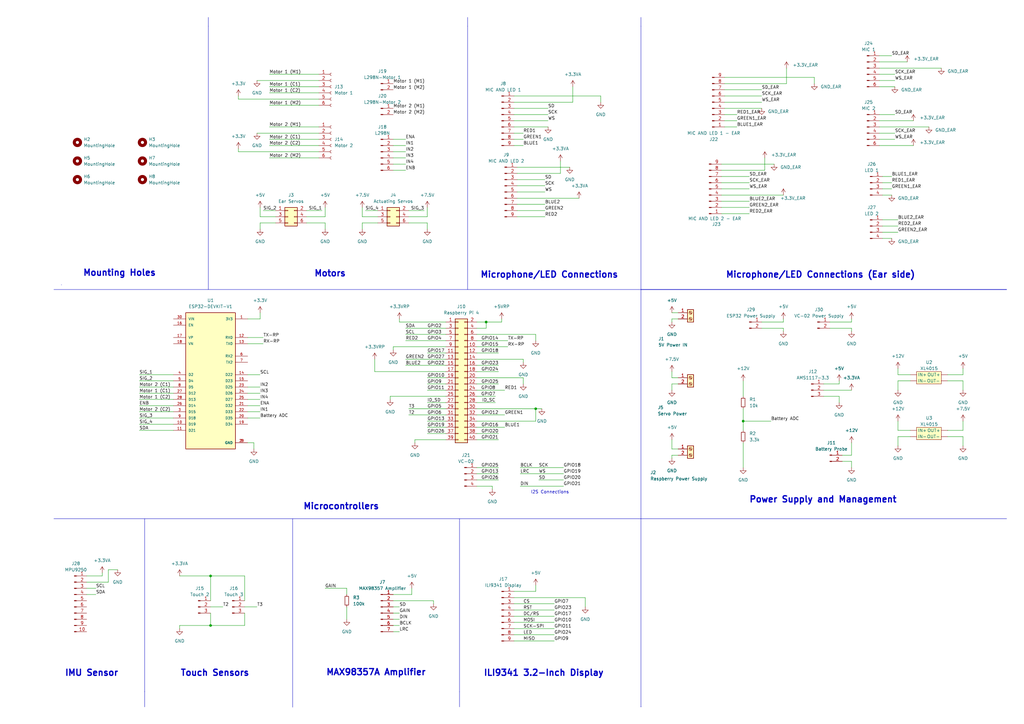
<source format=kicad_sch>
(kicad_sch (version 20231120) (generator "eeschema") (generator_version "8.0")
  (paper "A3")
  (title_block (title "Ivy Pet Robot") (date "03/07/2025") (company "HCMC University of Technology – Faculty of Electrical and Electronics Engineering") (comment 1 "Drawn: Lương Hồ Khánh Duy 2113013 - Trần Kim Khánh 2113717"))
  (junction (at 219.71 167.64))
  (junction (at 199.39 132.08))
  (junction (at 304.8 172.72))
  (junction (at 86.36 256.54))
  (junction (at 86.36 236.22))
  (wire (pts (xy 313.69 69.85) (xy 313.69 64.77)))
  (wire (pts (xy 57.15 166.37) (xy 71.12 166.37)))
  (wire (pts (xy 110.49 30.48) (xy 130.81 30.48)))
  (wire (pts (xy 133.35 88.9) (xy 125.73 88.9)))
  (wire (pts (xy 175.26 165.1) (xy 182.88 165.1)))
  (wire (pts (xy 212.09 73.66) (xy 223.52 73.66)))
  (wire (pts (xy 195.58 147.32) (xy 214.63 147.32)))
  (wire (pts (xy 297.18 52.07) (xy 302.26 52.07)))
  (wire (pts (xy 388.62 179.07) (xy 394.97 179.07)))
  (wire (pts (xy 195.58 142.24) (xy 208.28 142.24)))
  (wire (pts (xy 361.95 80.01) (xy 365.76 80.01)))
  (wire (pts (xy 101.6 158.75) (xy 106.68 158.75)))
  (wire (pts (xy 195.58 191.77) (xy 204.47 191.77)))
  (polyline (pts (xy 59.309 283.718) (xy 59.309 289.941)))
  (wire (pts (xy 110.49 52.07) (xy 130.81 52.07)))
  (wire (pts (xy 97.79 40.64) (xy 97.79 39.37)))
  (wire (pts (xy 368.3 156.21) (xy 368.3 160.02)))
  (wire (pts (xy 163.83 132.08) (xy 163.83 130.81)))
  (wire (pts (xy 229.87 71.12) (xy 229.87 66.04)))
  (wire (pts (xy 44.45 233.68) (xy 48.26 233.68)))
  (wire (pts (xy 101.6 140.97) (xy 107.95 140.97)))
  (wire (pts (xy 35.56 241.3) (xy 39.37 241.3)))
  (wire (pts (xy 361.95 95.25) (xy 368.3 95.25)))
  (wire (pts (xy 210.82 250.19) (xy 227.33 250.19)))
  (wire (pts (xy 210.82 41.91) (xy 234.95 41.91)))
  (wire (pts (xy 106.68 130.81) (xy 101.6 130.81)))
  (wire (pts (xy 73.66 236.22) (xy 86.36 236.22)))
  (wire (pts (xy 57.15 171.45) (xy 71.12 171.45)))
  (wire (pts (xy 166.37 134.62) (xy 182.88 134.62)))
  (wire (pts (xy 304.8 167.64) (xy 304.8 172.72)))
  (wire (pts (xy 360.68 27.94) (xy 386.08 27.94)))
  (wire (pts (xy 166.37 147.32) (xy 182.88 147.32)))
  (wire (pts (xy 360.68 52.07) (xy 381 52.07)))
  (wire (pts (xy 101.6 168.91) (xy 106.68 168.91)))
  (wire (pts (xy 175.26 175.26) (xy 182.88 175.26)))
  (wire (pts (xy 214.63 147.32) (xy 214.63 148.59)))
  (wire (pts (xy 86.36 251.46) (xy 86.36 256.54)))
  (wire (pts (xy 201.93 199.39) (xy 201.93 200.66)))
  (wire (pts (xy 57.15 163.83) (xy 71.12 163.83)))
  (wire (pts (xy 166.37 137.16) (xy 182.88 137.16)))
  (wire (pts (xy 349.25 189.23) (xy 349.25 191.77)))
  (wire (pts (xy 175.26 154.94) (xy 182.88 154.94)))
  (polyline (pts (xy 262.89 118.745) (xy 412.877 118.745)))
  (wire (pts (xy 295.91 87.63) (xy 307.34 87.63)))
  (wire (pts (xy 295.91 72.39) (xy 307.34 72.39)))
  (wire (pts (xy 212.09 68.58) (xy 233.68 68.58)))
  (polyline (pts (xy 25.146 116.84) (xy 25.273 116.84)))
  (wire (pts (xy 297.18 44.45) (xy 312.42 44.45)))
  (wire (pts (xy 212.09 76.2) (xy 223.52 76.2)))
  (wire (pts (xy 106.68 88.9) (xy 113.03 88.9)))
  (wire (pts (xy 212.09 83.82) (xy 223.52 83.82)))
  (wire (pts (xy 321.31 134.62) (xy 321.31 135.89)))
  (wire (pts (xy 195.58 194.31) (xy 204.47 194.31)))
  (wire (pts (xy 334.01 31.75) (xy 334.01 34.29)))
  (wire (pts (xy 345.44 186.69) (xy 349.25 186.69)))
  (wire (pts (xy 304.8 172.72) (xy 316.23 172.72)))
  (wire (pts (xy 275.59 180.34) (xy 275.59 184.15)))
  (wire (pts (xy 161.29 142.24) (xy 161.29 143.51)))
  (wire (pts (xy 195.58 170.18) (xy 207.01 170.18)))
  (polyline (pts (xy 262.89 7.112) (xy 262.89 10.795)))
  (wire (pts (xy 297.18 31.75) (xy 334.01 31.75)))
  (wire (pts (xy 210.82 52.07) (xy 224.79 52.07)))
  (wire (pts (xy 394.97 179.07) (xy 394.97 182.88)))
  (wire (pts (xy 360.68 49.53) (xy 374.65 49.53)))
  (wire (pts (xy 195.58 162.56) (xy 203.2 162.56)))
  (wire (pts (xy 175.26 85.09) (xy 175.26 88.9)))
  (wire (pts (xy 394.97 156.21) (xy 394.97 160.02)))
  (wire (pts (xy 133.35 91.44) (xy 125.73 91.44)))
  (wire (pts (xy 100.33 246.38) (xy 100.33 236.22)))
  (wire (pts (xy 240.03 248.92) (xy 240.03 245.11)))
  (polyline (pts (xy 59.309 212.725) (xy 59.309 283.591)))
  (wire (pts (xy 195.58 165.1) (xy 203.2 165.1)))
  (wire (pts (xy 101.6 161.29) (xy 106.68 161.29)))
  (wire (pts (xy 57.15 173.99) (xy 71.12 173.99)))
  (wire (pts (xy 195.58 144.78) (xy 204.47 144.78)))
  (wire (pts (xy 170.18 180.34) (xy 170.18 181.61)))
  (wire (pts (xy 213.36 194.31) (xy 231.14 194.31)))
  (wire (pts (xy 130.81 62.23) (xy 97.79 62.23)))
  (polyline (pts (xy 85.471 7.112) (xy 85.471 10.795)))
  (wire (pts (xy 212.09 86.36) (xy 223.52 86.36)))
  (wire (pts (xy 210.82 54.61) (xy 214.63 54.61)))
  (wire (pts (xy 153.67 147.32) (xy 153.67 152.4)))
  (wire (pts (xy 210.82 257.81) (xy 227.33 257.81)))
  (wire (pts (xy 107.95 86.36) (xy 113.03 86.36)))
  (polyline (pts (xy 262.89 10.795) (xy 262.89 118.745)))
  (wire (pts (xy 349.25 132.08) (xy 349.25 130.81)))
  (wire (pts (xy 160.02 162.56) (xy 182.88 162.56)))
  (wire (pts (xy 57.15 176.53) (xy 71.12 176.53)))
  (wire (pts (xy 161.29 69.85) (xy 166.37 69.85)))
  (wire (pts (xy 297.18 34.29) (xy 322.58 34.29)))
  (wire (pts (xy 368.3 151.13) (xy 368.3 153.67)))
  (wire (pts (xy 360.68 33.02) (xy 367.03 33.02)))
  (wire (pts (xy 100.33 251.46) (xy 100.33 256.54)))
  (wire (pts (xy 160.02 162.56) (xy 160.02 163.83)))
  (polyline (pts (xy 262.89 212.725) (xy 262.89 289.941)))
  (wire (pts (xy 195.58 134.62) (xy 199.39 134.62)))
  (wire (pts (xy 168.91 243.84) (xy 168.91 241.3)))
  (wire (pts (xy 295.91 69.85) (xy 313.69 69.85)))
  (wire (pts (xy 361.95 97.79) (xy 365.76 97.79)))
  (wire (pts (xy 212.09 71.12) (xy 229.87 71.12)))
  (wire (pts (xy 210.82 260.35) (xy 227.33 260.35)))
  (wire (pts (xy 161.29 67.31) (xy 166.37 67.31)))
  (wire (pts (xy 360.68 22.86) (xy 365.76 22.86)))
  (wire (pts (xy 166.37 149.86) (xy 182.88 149.86)))
  (wire (pts (xy 110.49 43.18) (xy 130.81 43.18)))
  (wire (pts (xy 73.66 256.54) (xy 86.36 256.54)))
  (wire (pts (xy 167.64 167.64) (xy 182.88 167.64)))
  (wire (pts (xy 73.66 256.54) (xy 73.66 257.81)))
  (wire (pts (xy 148.59 88.9) (xy 154.94 88.9)))
  (wire (pts (xy 175.26 91.44) (xy 175.26 93.98)))
  (wire (pts (xy 177.8 246.38) (xy 177.8 247.65)))
  (wire (pts (xy 360.68 54.61) (xy 367.03 54.61)))
  (wire (pts (xy 210.82 46.99) (xy 224.79 46.99)))
  (wire (pts (xy 195.58 137.16) (xy 219.71 137.16)))
  (wire (pts (xy 161.29 246.38) (xy 177.8 246.38)))
  (wire (pts (xy 360.68 57.15) (xy 367.03 57.15)))
  (polyline (pts (xy 188.468 212.725) (xy 188.468 283.718)))
  (wire (pts (xy 101.6 166.37) (xy 106.68 166.37)))
  (wire (pts (xy 219.71 242.57) (xy 219.71 240.03)))
  (wire (pts (xy 161.29 251.46) (xy 163.83 251.46)))
  (wire (pts (xy 213.36 191.77) (xy 231.14 191.77)))
  (wire (pts (xy 142.24 248.92) (xy 142.24 254)))
  (wire (pts (xy 154.94 91.44) (xy 148.59 91.44)))
  (wire (pts (xy 219.71 172.72) (xy 219.71 167.64)))
  (polyline (pts (xy 22.098 212.725) (xy 412.877 212.725)))
  (wire (pts (xy 161.29 64.77) (xy 166.37 64.77)))
  (wire (pts (xy 360.68 30.48) (xy 367.03 30.48)))
  (wire (pts (xy 210.82 262.89) (xy 227.33 262.89)))
  (wire (pts (xy 278.13 157.48) (xy 275.59 157.48)))
  (wire (pts (xy 161.29 256.54) (xy 163.83 256.54)))
  (wire (pts (xy 175.26 88.9) (xy 167.64 88.9)))
  (polyline (pts (xy 59.309 283.591) (xy 59.309 283.718)))
  (wire (pts (xy 304.8 156.21) (xy 304.8 162.56)))
  (wire (pts (xy 337.82 162.56) (xy 344.17 162.56)))
  (wire (pts (xy 295.91 82.55) (xy 307.34 82.55)))
  (wire (pts (xy 295.91 74.93) (xy 307.34 74.93)))
  (wire (pts (xy 361.95 72.39) (xy 365.76 72.39)))
  (wire (pts (xy 219.71 137.16) (xy 219.71 139.7)))
  (wire (pts (xy 110.49 35.56) (xy 130.81 35.56)))
  (wire (pts (xy 142.24 241.3) (xy 142.24 243.84)))
  (wire (pts (xy 86.36 248.92) (xy 91.44 248.92)))
  (wire (pts (xy 214.63 154.94) (xy 214.63 157.48)))
  (wire (pts (xy 195.58 175.26) (xy 207.01 175.26)))
  (wire (pts (xy 195.58 154.94) (xy 214.63 154.94)))
  (wire (pts (xy 210.82 252.73) (xy 227.33 252.73)))
  (wire (pts (xy 161.29 62.23) (xy 166.37 62.23)))
  (wire (pts (xy 195.58 149.86) (xy 204.47 149.86)))
  (wire (pts (xy 195.58 132.08) (xy 199.39 132.08)))
  (wire (pts (xy 210.82 39.37) (xy 246.38 39.37)))
  (wire (pts (xy 110.49 57.15) (xy 130.81 57.15)))
  (wire (pts (xy 195.58 157.48) (xy 204.47 157.48)))
  (wire (pts (xy 35.56 238.76) (xy 44.45 238.76)))
  (wire (pts (xy 161.29 243.84) (xy 168.91 243.84)))
  (wire (pts (xy 44.45 238.76) (xy 44.45 233.68)))
  (wire (pts (xy 295.91 77.47) (xy 307.34 77.47)))
  (polyline (pts (xy 120.015 212.725) (xy 120.015 290.068)))
  (wire (pts (xy 388.62 156.21) (xy 394.97 156.21)))
  (wire (pts (xy 321.31 132.08) (xy 321.31 130.81)))
  (wire (pts (xy 101.6 181.61) (xy 104.14 181.61)))
  (polyline (pts (xy 22.098 118.745) (xy 412.877 118.745)))
  (wire (pts (xy 110.49 38.1) (xy 130.81 38.1)))
  (wire (pts (xy 240.03 245.11) (xy 210.82 245.11)))
  (wire (pts (xy 361.95 90.17) (xy 368.3 90.17)))
  (wire (pts (xy 295.91 85.09) (xy 307.34 85.09)))
  (wire (pts (xy 278.13 130.81) (xy 275.59 130.81)))
  (wire (pts (xy 195.58 172.72) (xy 219.71 172.72)))
  (wire (pts (xy 105.41 54.61) (xy 130.81 54.61)))
  (wire (pts (xy 35.56 236.22) (xy 41.91 236.22)))
  (wire (pts (xy 361.95 74.93) (xy 365.76 74.93)))
  (polyline (pts (xy 262.89 289.814) (xy 262.89 289.941)))
  (wire (pts (xy 210.82 255.27) (xy 227.33 255.27)))
  (wire (pts (xy 167.64 91.44) (xy 175.26 91.44)))
  (wire (pts (xy 212.09 78.74) (xy 223.52 78.74)))
  (wire (pts (xy 195.58 152.4) (xy 204.47 152.4)))
  (wire (pts (xy 212.09 88.9) (xy 223.52 88.9)))
  (wire (pts (xy 97.79 62.23) (xy 97.79 60.96)))
  (wire (pts (xy 205.74 132.08) (xy 205.74 130.81)))
  (wire (pts (xy 368.3 172.72) (xy 368.3 176.53)))
  (wire (pts (xy 133.35 241.3) (xy 142.24 241.3)))
  (wire (pts (xy 125.73 86.36) (xy 132.08 86.36)))
  (wire (pts (xy 210.82 242.57) (xy 219.71 242.57)))
  (wire (pts (xy 148.59 91.44) (xy 148.59 93.98)))
  (wire (pts (xy 149.86 86.36) (xy 154.94 86.36)))
  (wire (pts (xy 344.17 157.48) (xy 344.17 156.21)))
  (wire (pts (xy 199.39 134.62) (xy 199.39 132.08)))
  (wire (pts (xy 41.91 236.22) (xy 41.91 234.95)))
  (wire (pts (xy 210.82 247.65) (xy 227.33 247.65)))
  (wire (pts (xy 167.64 86.36) (xy 173.99 86.36)))
  (wire (pts (xy 368.3 176.53) (xy 373.38 176.53)))
  (wire (pts (xy 110.49 59.69) (xy 130.81 59.69)))
  (wire (pts (xy 161.29 259.08) (xy 163.83 259.08)))
  (wire (pts (xy 337.82 160.02) (xy 349.25 160.02)))
  (wire (pts (xy 210.82 49.53) (xy 224.79 49.53)))
  (wire (pts (xy 297.18 46.99) (xy 302.26 46.99)))
  (wire (pts (xy 57.15 168.91) (xy 71.12 168.91)))
  (wire (pts (xy 368.3 179.07) (xy 373.38 179.07)))
  (wire (pts (xy 105.41 33.02) (xy 130.81 33.02)))
  (wire (pts (xy 100.33 248.92) (xy 105.41 248.92)))
  (wire (pts (xy 161.29 248.92) (xy 163.83 248.92)))
  (wire (pts (xy 394.97 151.13) (xy 394.97 153.67)))
  (wire (pts (xy 219.71 167.64) (xy 222.25 167.64)))
  (wire (pts (xy 100.33 236.22) (xy 86.36 236.22)))
  (wire (pts (xy 275.59 186.69) (xy 275.59 187.96)))
  (wire (pts (xy 100.33 256.54) (xy 86.36 256.54)))
  (polyline (pts (xy 191.77 10.795) (xy 191.77 118.745)))
  (wire (pts (xy 104.14 181.61) (xy 104.14 184.15)))
  (wire (pts (xy 57.15 161.29) (xy 71.12 161.29)))
  (wire (pts (xy 349.25 186.69) (xy 349.25 181.61)))
  (wire (pts (xy 388.62 153.67) (xy 394.97 153.67)))
  (wire (pts (xy 195.58 196.85) (xy 204.47 196.85)))
  (wire (pts (xy 101.6 163.83) (xy 106.68 163.83)))
  (wire (pts (xy 297.18 49.53) (xy 302.26 49.53)))
  (wire (pts (xy 133.35 85.09) (xy 133.35 88.9)))
  (wire (pts (xy 349.25 134.62) (xy 349.25 135.89)))
  (wire (pts (xy 322.58 27.94) (xy 322.58 34.29)))
  (wire (pts (xy 304.8 172.72) (xy 304.8 176.53)))
  (wire (pts (xy 394.97 172.72) (xy 394.97 176.53)))
  (polyline (pts (xy 191.77 7.112) (xy 191.77 10.795)))
  (wire (pts (xy 106.68 85.09) (xy 106.68 88.9)))
  (wire (pts (xy 345.44 189.23) (xy 349.25 189.23)))
  (wire (pts (xy 275.59 130.81) (xy 275.59 132.08)))
  (wire (pts (xy 161.29 57.15) (xy 166.37 57.15)))
  (wire (pts (xy 57.15 158.75) (xy 71.12 158.75)))
  (wire (pts (xy 175.26 157.48) (xy 182.88 157.48)))
  (wire (pts (xy 220.98 196.85) (xy 231.14 196.85)))
  (wire (pts (xy 113.03 91.44) (xy 106.68 91.44)))
  (polyline (pts (xy 85.471 10.795) (xy 85.471 118.745)))
  (wire (pts (xy 210.82 57.15) (xy 214.63 57.15)))
  (wire (pts (xy 312.42 132.08) (xy 321.31 132.08)))
  (wire (pts (xy 175.26 177.8) (xy 182.88 177.8)))
  (wire (pts (xy 195.58 177.8) (xy 204.47 177.8)))
  (wire (pts (xy 278.13 186.69) (xy 275.59 186.69)))
  (wire (pts (xy 278.13 184.15) (xy 275.59 184.15)))
  (wire (pts (xy 278.13 154.94) (xy 275.59 154.94)))
  (wire (pts (xy 170.18 180.34) (xy 182.88 180.34)))
  (wire (pts (xy 297.18 41.91) (xy 312.42 41.91)))
  (wire (pts (xy 210.82 44.45) (xy 224.79 44.45)))
  (wire (pts (xy 153.67 152.4) (xy 182.88 152.4)))
  (wire (pts (xy 304.8 181.61) (xy 304.8 191.77)))
  (wire (pts (xy 101.6 153.67) (xy 106.68 153.67)))
  (wire (pts (xy 297.18 36.83) (xy 312.42 36.83)))
  (polyline (pts (xy 262.89 118.745) (xy 262.89 212.725)))
  (wire (pts (xy 195.58 167.64) (xy 219.71 167.64)))
  (wire (pts (xy 195.58 139.7) (xy 208.28 139.7)))
  (wire (pts (xy 57.15 156.21) (xy 71.12 156.21)))
  (wire (pts (xy 360.68 59.69) (xy 374.65 59.69)))
  (wire (pts (xy 275.59 157.48) (xy 275.59 160.02)))
  (wire (pts (xy 161.29 142.24) (xy 182.88 142.24)))
  (wire (pts (xy 163.83 132.08) (xy 182.88 132.08)))
  (wire (pts (xy 360.68 46.99) (xy 367.03 46.99)))
  (wire (pts (xy 199.39 132.08) (xy 205.74 132.08)))
  (wire (pts (xy 295.91 80.01) (xy 321.31 80.01)))
  (wire (pts (xy 110.49 64.77) (xy 130.81 64.77)))
  (wire (pts (xy 234.95 35.56) (xy 234.95 41.91)))
  (wire (pts (xy 148.59 85.09) (xy 148.59 88.9)))
  (wire (pts (xy 275.59 128.27) (xy 278.13 128.27)))
  (wire (pts (xy 35.56 243.84) (xy 39.37 243.84)))
  (wire (pts (xy 101.6 138.43) (xy 107.95 138.43)))
  (wire (pts (xy 166.37 139.7) (xy 182.88 139.7)))
  (wire (pts (xy 106.68 91.44) (xy 106.68 93.98)))
  (wire (pts (xy 175.26 160.02) (xy 182.88 160.02)))
  (wire (pts (xy 175.26 144.78) (xy 182.88 144.78)))
  (wire (pts (xy 101.6 171.45) (xy 106.68 171.45)))
  (wire (pts (xy 388.62 176.53) (xy 394.97 176.53)))
  (wire (pts (xy 344.17 162.56) (xy 344.17 165.1)))
  (wire (pts (xy 246.38 39.37) (xy 246.38 41.91)))
  (wire (pts (xy 368.3 153.67) (xy 373.38 153.67)))
  (wire (pts (xy 360.68 25.4) (xy 372.11 25.4)))
  (wire (pts (xy 297.18 39.37) (xy 312.42 39.37)))
  (wire (pts (xy 161.29 254) (xy 163.83 254)))
  (wire (pts (xy 368.3 179.07) (xy 368.3 182.88)))
  (wire (pts (xy 275.59 154.94) (xy 275.59 152.4)))
  (wire (pts (xy 133.35 93.98) (xy 133.35 91.44)))
  (wire (pts (xy 340.36 134.62) (xy 349.25 134.62)))
  (wire (pts (xy 337.82 157.48) (xy 344.17 157.48)))
  (wire (pts (xy 212.09 81.28) (xy 237.49 81.28)))
  (wire (pts (xy 210.82 59.69) (xy 214.63 59.69)))
  (wire (pts (xy 340.36 132.08) (xy 349.25 132.08)))
  (wire (pts (xy 161.29 59.69) (xy 166.37 59.69)))
  (wire (pts (xy 312.42 134.62) (xy 321.31 134.62)))
  (wire (pts (xy 57.15 153.67) (xy 71.12 153.67)))
  (wire (pts (xy 368.3 156.21) (xy 373.38 156.21)))
  (wire (pts (xy 195.58 199.39) (xy 201.93 199.39)))
  (wire (pts (xy 295.91 67.31) (xy 317.5 67.31)))
  (wire (pts (xy 195.58 160.02) (xy 207.01 160.02)))
  (wire (pts (xy 167.64 170.18) (xy 182.88 170.18)))
  (polyline (pts (xy 188.468 283.718) (xy 188.468 289.941)))
  (wire (pts (xy 106.68 128.27) (xy 106.68 130.81)))
  (wire (pts (xy 175.26 172.72) (xy 182.88 172.72)))
  (wire (pts (xy 86.36 246.38) (xy 86.36 236.22)))
  (wire (pts (xy 195.58 180.34) (xy 204.47 180.34)))
  (wire (pts (xy 361.95 77.47) (xy 365.76 77.47)))
  (wire (pts (xy 130.81 40.64) (xy 97.79 40.64)))
  (wire (pts (xy 213.36 199.39) (xy 231.14 199.39)))
  (wire (pts (xy 361.95 92.71) (xy 368.3 92.71)))
  (wire (pts (xy 360.68 35.56) (xy 367.03 35.56)))
  (text "Motors" (at 135.382 112.268 0) (effects (font (size 2.54 2.54) (bold yes))))
  (text "ILI9341 3.2-Inch Display" (at 223.012 276.098 0) (effects (font (size 2.54 2.54) (bold yes))))
  (text "Power Supply and Management" (at 337.566 204.978 0) (effects (font (size 2.54 2.54) (thickness 0.508) (bold yes))))
  (text "MAX98357A Amplifier " (at 155.194 275.844 0) (effects (font (size 2.54 2.54) (bold yes))))
  (text "Touch Sensors" (at 88.138 276.098 0) (effects (font (size 2.54 2.54) (bold yes))))
  (text "I2S Connections" (at 225.552 201.93 0) (effects (font (size 1.27 1.27))))
  (text "Mounting Holes" (at 49.022 112.014 0) (effects (font (size 2.54 2.54) (bold yes))))
  (text "IMU Sensor" (at 37.592 276.098 0) (effects (font (size 2.54 2.54) (bold yes))))
  (text "Microcontrollers" (at 139.954 207.772 0) (effects (font (size 2.54 2.54) (bold yes))))
  (text "Microphone/LED Connections (Ear side)" (at 336.55 112.776 0) (effects (font (size 2.54 2.54) (bold yes))))
  (text "Microphone/LED Connections" (at 225.298 112.776 0) (effects (font (size 2.54 2.54) (bold yes))))
  (label "GPIO9" (at 175.26 157.48 0))
  (label "WS_EAR" (at 367.03 57.15 0))
  (label "IN1" (at 106.68 168.91 0))
  (label "GPIO7" (at 227.33 247.65 0))
  (label "SIG_4" (at 57.15 173.99 0))
  (label "BLUE2_EAR" (at 368.3 90.17 0))
  (label "RED1" (at 207.01 160.02 0))
  (label "SCK_EAR" (at 367.03 30.48 0))
  (label "GREEN1_EAR" (at 365.76 77.47 0))
  (label "RED1" (at 214.63 54.61 0))
  (label "Motor 2 (C2)" (at 110.49 59.69 0))
  (label "RED1_EAR" (at 302.26 46.99 0))
  (label "GPIO13" (at 204.47 194.31 180))
  (label "GPIO3" (at 175.26 137.16 0))
  (label "GPIO8" (at 203.2 160.02 180))
  (label "GPIO17" (at 175.26 144.78 0))
  (label "GPIO26" (at 175.26 177.8 0))
  (label "IN2" (at 166.37 62.23 0))
  (label "Motor 1 (M1)" (at 110.49 30.48 0))
  (label "Motor 2 (M2)" (at 161.29 46.99 0))
  (label "GPIO16" (at 204.47 175.26 180))
  (label "Battery ADC" (at 106.68 171.45 0))
  (label "GAIN" (at 133.35 241.3 0))
  (label "GPIO21" (at 231.14 199.39 0))
  (label "SDA" (at 166.37 134.62 0))
  (label "SD_EAR" (at 307.34 72.39 0))
  (label "IN2" (at 106.68 158.75 0))
  (label "TX-RP" (at 107.95 138.43 0))
  (label "BLUE1_EAR" (at 302.26 52.07 0))
  (label "GPIO27" (at 175.26 147.32 0))
  (label "GPIO6" (at 175.26 170.18 0))
  (label "SD" (at 220.98 196.85 0))
  (label "BCLK" (at 213.36 191.77 0))
  (label "DC{slash}RS" (at 214.63 252.73 0))
  (label "GPIO19" (at 175.26 175.26 0))
  (label "Battery ADC" (at 316.23 172.72 0))
  (label "WS_EAR" (at 312.42 41.91 0))
  (label "SIG_3" (at 57.15 171.45 0))
  (label "TX-RP" (at 208.28 139.7 0))
  (label "GREEN1" (at 207.01 170.18 0))
  (label "RED2_EAR" (at 368.3 92.71 0))
  (label "ENA" (at 106.68 166.37 0))
  (label "RED2_EAR" (at 307.34 87.63 0))
  (label "GPIO19" (at 231.14 194.31 0))
  (label "BLUE2" (at 223.52 83.82 0))
  (label "Motor 2 (C1)" (at 110.49 57.15 0))
  (label "GPIO11" (at 227.33 257.81 0))
  (label "SDA" (at 57.15 176.53 0))
  (label "SCK" (at 220.98 191.77 0))
  (label "SD" (at 223.52 73.66 0))
  (label "Motor 1 (C1)" (at 57.15 161.29 0))
  (label "Motor 1 (M2)" (at 110.49 43.18 0))
  (label "Motor 2 (C2)" (at 57.15 168.91 0))
  (label "RX-RP" (at 208.28 142.24 0))
  (label "Motor 1 (C2)" (at 57.15 163.83 0))
  (label "SCK" (at 223.52 76.2 0))
  (label "GPIO10" (at 227.33 255.27 0))
  (label "SIG_2" (at 57.15 156.21 0))
  (label "Motor 1 (C2)" (at 110.49 38.1 0))
  (label "SCL" (at 39.37 241.3 0))
  (label "SCK" (at 224.79 46.99 0))
  (label "SIG_1" (at 57.15 153.67 0))
  (label "MOSI" (at 214.63 255.27 0))
  (label "ID_SC" (at 203.2 165.1 180))
  (label "WS" (at 223.52 78.74 0))
  (label "GREEN2_EAR" (at 368.3 95.25 0))
  (label "GPIO22" (at 175.26 149.86 0))
  (label "RED1_EAR" (at 365.76 74.93 0))
  (label "LRC" (at 213.36 194.31 0))
  (label "GPIO7" (at 203.2 162.56 180))
  (label "SD_EAR" (at 365.76 22.86 0))
  (label "RED2" (at 223.52 88.9 0))
  (label "GPIO15" (at 204.47 142.24 180))
  (label "ENA" (at 166.37 57.15 0))
  (label "RX-RP" (at 107.95 140.97 0))
  (label "ENB" (at 57.15 166.37 0))
  (label "GREEN2_EAR" (at 307.34 85.09 0))
  (label "GPIO25" (at 204.47 157.48 180))
  (label "BLUE1" (at 207.01 175.26 0))
  (label "BLUE2" (at 166.37 149.86 0))
  (label "WS" (at 220.98 194.31 0))
  (label "GREEN2" (at 223.52 86.36 0))
  (label "BCLK" (at 163.83 256.54 0))
  (label "GREEN2" (at 166.37 147.32 0))
  (label "SCL" (at 166.37 137.16 0))
  (label "DIN" (at 213.36 199.39 0))
  (label "Motor 1 (C1)" (at 110.49 35.56 0))
  (label "GPIO26" (at 204.47 196.85 180))
  (label "T3" (at 167.64 167.64 0))
  (label "SCK-SPI" (at 214.63 257.81 0))
  (label "T2" (at 91.44 248.92 0))
  (label "GPIO4" (at 175.26 139.7 0))
  (label "T3" (at 105.41 248.92 0))
  (label "SCK_EAR" (at 307.34 74.93 0))
  (label "WS_EAR" (at 367.03 33.02 0))
  (label "GPIO9" (at 227.33 262.89 0))
  (label "WS_EAR" (at 307.34 77.47 0))
  (label "SD_EAR" (at 312.42 36.83 0))
  (label "SIG_1" (at 132.08 86.36 180))
  (label "SIG_2" (at 107.95 86.36 0))
  (label "BLUE1_EAR" (at 365.76 72.39 0))
  (label "BLUE2_EAR" (at 307.34 82.55 0))
  (label "GREEN1" (at 214.63 57.15 0))
  (label "RED2" (at 166.37 139.7 0))
  (label "ID_SD" (at 175.26 165.1 0))
  (label "LRC" (at 163.83 259.08 0))
  (label "SD_EAR" (at 367.03 46.99 0))
  (label "IN3" (at 106.68 161.29 0))
  (label "IN1" (at 166.37 59.69 0))
  (label "ENB" (at 166.37 69.85 0))
  (label "MISO" (at 214.63 262.89 0))
  (label "Motor 2 (M1)" (at 110.49 52.07 0))
  (label "SCL" (at 106.68 153.67 0))
  (label "DIN" (at 163.83 254 0))
  (label "GPIO25" (at 204.47 191.77 180))
  (label "GPIO20" (at 231.14 196.85 0))
  (label "GPIO13" (at 175.26 172.72 0))
  (label "GPIO20" (at 204.47 177.8 180))
  (label "RST" (at 214.63 250.19 0))
  (label "GPIO12" (at 204.47 170.18 180))
  (label "GPIO18" (at 204.47 144.78 180))
  (label "Motor 2 (M1)" (at 161.29 44.45 0))
  (label "GPIO18" (at 231.14 191.77 0))
  (label "SDA" (at 39.37 243.84 0))
  (label "GPIO24" (at 227.33 260.35 0))
  (label "Motor 2 (M2)" (at 110.49 64.77 0))
  (label "GPIO21" (at 204.47 180.34 180))
  (label "GPIO11" (at 175.26 160.02 0))
  (label "LED" (at 214.63 260.35 0))
  (label "Motor 2 (C1)" (at 57.15 158.75 0))
  (label "WS" (at 224.79 49.53 0))
  (label "GPIO23" (at 227.33 250.19 0))
  (label "Motor 1 (M1)" (at 161.29 34.29 0))
  (label "SD" (at 163.83 248.92 0))
  (label "Motor 1 (M2)" (at 161.29 36.83 0))
  (label "IN4" (at 166.37 67.31 0))
  (label "IN3" (at 166.37 64.77 0))
  (label "GPIO2" (at 175.26 134.62 0))
  (label "GAIN" (at 163.83 251.46 0))
  (label "GPIO5" (at 175.26 167.64 0))
  (label "SIG_4" (at 149.86 86.36 0))
  (label "GPIO14" (at 204.47 139.7 180))
  (label "SCK_EAR" (at 312.42 39.37 0))
  (label "GPIO24" (at 204.47 152.4 180))
  (label "GPIO23" (at 204.47 149.86 180))
  (label "T2" (at 167.64 170.18 0))
  (label "CS" (at 214.63 247.65 0))
  (label "SD" (at 224.79 44.45 0))
  (label "IN4" (at 106.68 163.83 0))
  (label "BLUE1" (at 214.63 59.69 0))
  (label "SIG_3" (at 173.99 86.36 180))
  (label "SCK_EAR" (at 367.03 54.61 0))
  (label "GREEN1_EAR" (at 302.26 49.53 0))
  (label "GPIO10" (at 175.26 154.94 0))
  (label "GPIO17" (at 227.33 252.73 0))
  (symbol (lib_id "power:+3.3VA") (at 321.31 80.01 0) (unit 1)
    (property "Reference" "#PWR059" (effects (hide yes)))
    (property "Value" "+3.3V_EAR" (at 320.04 81.28 0) (effects (justify left)))
  )
  (symbol (lib_id "power:GND") (at 240.03 248.92 0) (unit 1)
    (property "Reference" "#PWR044" (effects (hide yes)))
    (property "Value" "GND" (at 240.03 254 0))
  )
  (symbol (lib_id "Mechanical:MountingHole") (at 58.42 66.04 0) (unit 1)
    (property "Reference" "H7" (at 60.96 64.77 0) (effects (justify left)))
    (property "Value" "MountingHole" (at 60.96 67.31 0) (effects (justify left)))
    (property "Footprint" "MountingHole:MountingHole_3.2mm_M3" (effects (hide yes)))
  )
  (symbol (lib_id "power:GND") (at 222.25 167.64 0) (unit 1)
    (property "Reference" "#PWR034" (effects (hide yes)))
    (property "Value" "GND" (at 222.25 172.72 0))
  )
  (symbol (lib_id "power:+3.3VA") (at 374.65 49.53 0) (unit 1)
    (property "Reference" "#PWR063" (effects (hide yes)))
    (property "Value" "+3.3V_EAR" (at 377.19 48.2599 0) (effects (justify left)))
  )
  (symbol (lib_id "power:+5V") (at 106.68 85.09 0) (unit 1)
    (property "Reference" "#PWR010" (effects (hide yes)))
    (property "Value" "+5V" (at 106.68 80.01 0))
  )
  (symbol (lib_id "Connector:Conn_01x09_Pin") (at 205.74 49.53 0) (unit 1)
    (property "Reference" "J8" (at 206.375 34.29 0))
    (property "Value" "MIC AND LED 1" (at 206.375 36.83 0))
    (property "Footprint" "Connector_JST:JST_PH_B9B-PH-K_1x09_P2.00mm_Vertical" (effects (hide yes)))
    (property "Description" "Generic connector, single row, 01x09, script generated" (effects (hide yes)))
  )
  (symbol (lib_id "power:GND") (at 133.35 93.98 0) (unit 1)
    (property "Reference" "#PWR013" (effects (hide yes)))
    (property "Value" "GND" (at 133.35 99.06 0))
  )
  (symbol (lib_id "power:GND") (at 233.68 68.58 0) (unit 1)
    (property "Reference" "#PWR026" (effects (hide yes)))
    (property "Value" "GND" (at 233.68 73.66 0))
  )
  (symbol (lib_id "Connector:Conn_01x06_Pin") (at 355.6 52.07 0) (unit 1)
    (property "Reference" "J25" (at 356.235 41.91 0))
    (property "Value" "MIC 2" (at 356.235 44.45 0))
    (property "Footprint" "Breakout_boards:INMP441" (effects (hide yes)))
    (property "Description" "Generic connector, single row, 01x06, script generated" (effects (hide yes)))
  )
  (symbol (lib_id "power:+3.3V") (at 97.79 60.96 0) (unit 1)
    (property "Reference" "#PWR047" (effects (hide yes)))
    (property "Value" "+3.3V" (at 97.79 55.88 0))
  )
  (symbol (lib_id "Connector:Conn_01x02_Pin") (at 335.28 132.08 0) (unit 1)
    (property "Reference" "J30" (at 335.915 127 0))
    (property "Value" "VC-02 Power Supply" (at 335.915 129.54 0))
    (property "Footprint" "Connector_JST:JST_PH_B2B-PH-K_1x02_P2.00mm_Vertical" (effects (hide yes)))
    (property "Description" "Generic connector, single row, 01x02, script generated" (effects (hide yes)))
  )
  (symbol (lib_id "power:GND") (at 224.79 52.07 0) (unit 1)
    (property "Reference" "#PWR05" (effects (hide yes)))
    (property "Value" "GND" (at 224.79 57.15 0))
  )
  (symbol (lib_id "power:+5V") (at 394.97 151.13 0) (unit 1)
    (property "Reference" "#PWR076" (effects (hide yes)))
    (property "Value" "+5V" (at 394.97 146.05 0))
  )
  (symbol (lib_id "Connector:Conn_01x04_Pin") (at 356.87 92.71 0) (unit 1)
    (property "Reference" "J27" (at 357.505 85.09 0))
    (property "Value" "LED 2" (at 357.505 87.63 0))
    (property "Footprint" "Connector_PinSocket_2.54mm:PinSocket_1x04_P2.54mm_Horizontal" (effects (hide yes)))
    (property "Description" "Generic connector, single row, 01x04, script generated" (effects (hide yes)))
  )
  (symbol (lib_id "power:GND") (at 394.97 182.88 0) (unit 1)
    (property "Reference" "#PWR079" (effects (hide yes)))
    (property "Value" "GND" (at 394.97 187.96 0))
  )
  (symbol (lib_id "power:+5V") (at 168.91 241.3 0) (unit 1)
    (property "Reference" "#PWR037" (effects (hide yes)))
    (property "Value" "+5V" (at 168.91 236.22 0))
  )
  (symbol (lib_id "Connector:Conn_01x06_Pin") (at 156.21 62.23 0) (unit 1)
    (property "Reference" "J18" (at 156.845 52.07 0))
    (property "Value" "L298N" (at 156.845 54.61 0))
    (property "Footprint" "Connector_PinHeader_2.54mm:PinHeader_1x06_P2.54mm_Vertical" (effects (hide yes)))
  )
  (symbol (lib_id "power:GND") (at 105.41 54.61 0) (unit 1)
    (property "Reference" "#PWR048" (effects (hide yes)))
    (property "Value" "GND" (at 105.41 59.69 0))
  )
  (symbol (lib_id "power:GND") (at 214.63 148.59 0) (unit 1)
    (property "Reference" "#PWR030" (effects (hide yes)))
    (property "Value" "GND" (at 214.63 153.67 0))
  )
  (symbol (lib_id "Connector:Conn_01x06_Socket") (at 135.89 57.15 0) (unit 1)
    (property "Reference" "J14" (at 137.16 57.15 0) (effects (justify left)))
    (property "Value" "Motor 2" (at 137.16 59.69 0) (effects (justify left)))
    (property "Footprint" "Connector_JST:JST_PH_B6B-PH-K_1x06_P2.00mm_Vertical" (effects (hide yes)))
  )
  (symbol (lib_id "power:+7.5V") (at 394.97 172.72 0) (unit 1)
    (property "Reference" "#PWR078" (effects (hide yes)))
    (property "Value" "+7.5V" (at 394.97 167.64 0))
  )
  (symbol (lib_id "Mechanical:MountingHole") (at 31.75 66.04 0) (unit 1)
    (property "Reference" "H5" (at 34.29 64.77 0) (effects (justify left)))
    (property "Value" "MountingHole" (at 34.29 67.31 0) (effects (justify left)))
    (property "Footprint" "MountingHole:MountingHole_3.2mm_M3" (effects (hide yes)))
  )
  (symbol (lib_id "power:GND") (at 321.31 135.89 0) (unit 1)
    (property "Reference" "#PWR072" (effects (hide yes)))
    (property "Value" "GND" (at 321.31 140.97 0))
  )
  (symbol (lib_id "power:GND") (at 160.02 163.83 0) (unit 1)
    (property "Reference" "#PWR031" (effects (hide yes)))
    (property "Value" "GND" (at 160.02 168.91 0))
  )
  (symbol (lib_id "power:GND") (at 104.14 184.15 0) (unit 1)
    (property "Reference" "#PWR07" (effects (hide yes)))
    (property "Value" "GND" (at 104.14 189.23 0))
  )
  (symbol (lib_id "Connector:Conn_01x03_Pin") (at 332.74 160.02 0) (unit 1)
    (property "Reference" "J12" (at 333.375 152.4 0))
    (property "Value" "AMS1117-3.3" (at 333.375 154.94 0))
    (property "Footprint" "Connector_PinSocket_2.54mm:PinSocket_1x03_P2.54mm_Horizontal" (effects (hide yes)))
    (property "Description" "Generic connector, single row, 01x03, script generated" (effects (hide yes)))
  )
  (symbol (lib_id "power:+5V") (at 133.35 85.09 0) (unit 1)
    (property "Reference" "#PWR011" (effects (hide yes)))
    (property "Value" "+5V" (at 133.35 80.01 0))
  )
  (symbol (lib_id "Connector:Conn_01x09_Pin") (at 205.74 252.73 0) (unit 1)
    (property "Reference" "J17" (at 206.375 237.49 0))
    (property "Value" "ILI9341 Display" (at 206.375 240.03 0))
    (property "Footprint" "Connector_PinHeader_2.54mm:PinHeader_1x09_P2.54mm_Vertical" (effects (hide yes)))
  )
  (symbol (lib_id "power:GND") (at 368.3 182.88 0) (unit 1)
    (property "Reference" "#PWR075" (effects (hide yes)))
    (property "Value" "GND" (at 368.3 187.96 0))
  )
  (symbol (lib_id "power:GND") (at 368.3 160.02 0) (unit 1)
    (property "Reference" "#PWR074" (effects (hide yes)))
    (property "Value" "GND" (at 368.3 165.1 0))
  )
  (symbol (lib_id "Connector:Conn_01x04_Pin") (at 190.5 194.31 0) (unit 1)
    (property "Reference" "J21" (at 191.135 186.69 0))
    (property "Value" "VC-02" (at 191.135 189.23 0))
    (property "Footprint" "Connector_PinHeader_2.54mm:PinHeader_1x04_P2.54mm_Vertical" (effects (hide yes)))
    (property "Description" "Generic connector, single row, 01x04, script generated" (effects (hide yes)))
  )
  (symbol (lib_id "power:GND") (at 161.29 143.51 0) (unit 1)
    (property "Reference" "#PWR029" (effects (hide yes)))
    (property "Value" "GND" (at 161.29 148.59 0))
  )
  (symbol (lib_id "power:GND") (at 365.76 97.79 0) (unit 1)
    (property "Reference" "#PWR067" (effects (hide yes)))
    (property "Value" "GND_EAR" (at 368.3 99.0599 0) (effects (justify left)))
  )
  (symbol (lib_id "Connector:Conn_01x09_Pin") (at 207.01 78.74 0) (unit 1)
    (property "Reference" "J9" (at 207.645 63.5 0))
    (property "Value" "MIC AND LED 2" (at 207.645 66.04 0))
    (property "Footprint" "Connector_JST:JST_PH_B9B-PH-K_1x09_P2.00mm_Vertical" (effects (hide yes)))
    (property "Description" "Generic connector, single row, 01x09, script generated" (effects (hide yes)))
  )
  (symbol (lib_id "power:+5V") (at 349.25 130.81 0) (unit 1)
    (property "Reference" "#PWR06" (effects (hide yes)))
    (property "Value" "+5V" (at 349.25 125.73 0))
  )
  (symbol (lib_id "power:GND") (at 201.93 200.66 0) (unit 1)
    (property "Reference" "#PWR051" (effects (hide yes)))
    (property "Value" "GND" (at 201.93 205.74 0))
  )
  (symbol (lib_id "ESP32-DEVKIT-V1:ESP32-DEVKIT-V1") (at 86.36 156.21 0) (unit 1)
    (property "Reference" "U1" (at 86.36 123.19 0))
    (property "Value" "ESP32-DEVKIT-V1" (at 86.36 125.73 0))
    (property "Footprint" "ESP32-DEVKIT-V1:MODULE_ESP32_DEVKIT_V1" (effects (hide yes)))
    (property "Description" "\nDual core, Wi-Fi: 2.4 GHz up to 150 Mbits/s,BLE (Bluetooth Low Energy) and legacy Bluetooth, 32 bits, Up to 240 MHz\n" (effects (hide yes)))
    (property "MF" "Do it" (effects (hide yes)))
    (property "MAXIMUM_PACKAGE_HEIGHT" "6.8 mm" (effects (hide yes)))
    (property "Package" "None" (effects (hide yes)))
    (property "Price" "None" (effects (hide yes)))
    (property "Check_prices" "https://www.snapeda.com/parts/ESP32-DEVKIT-V1/Do+it/view-part/?ref=eda" (effects (hide yes)))
    (property "STANDARD" "Manufacturer Recommendations" (effects (hide yes)))
    (property "PARTREV" "N/A" (effects (hide yes)))
    (property "SnapEDA_Link" "https://www.snapeda.com/parts/ESP32-DEVKIT-V1/Do+it/view-part/?ref=snap" (effects (hide yes)))
    (property "MP" "ESP32-DEVKIT-V1" (effects (hide yes)))
    (property "Availability" "Not in stock" (effects (hide yes)))
    (property "MANUFACTURER" "DOIT" (effects (hide yes)))
  )
  (symbol (lib_id "Connector:Conn_01x02_Pin") (at 156.21 34.29 0) (unit 1)
    (property "Reference" "J19" (at 156.845 29.21 0))
    (property "Value" "L298N-Motor 1" (at 156.845 31.75 0))
    (property "Footprint" "Connector_JST:JST_PH_B2B-PH-K_1x02_P2.00mm_Vertical" (effects (hide yes)))
  )
  (symbol (lib_id "power:+7.5V") (at 148.59 85.09 0) (unit 1)
    (property "Reference" "#PWR016" (effects (hide yes)))
    (property "Value" "+7.5V" (at 148.59 80.01 0))
  )
  (symbol (lib_id "Connector:Conn_01x04_Pin") (at 356.87 74.93 0) (unit 1)
    (property "Reference" "J26" (at 357.505 67.31 0))
    (property "Value" "LED 1" (at 357.505 69.85 0))
    (property "Footprint" "Connector_PinSocket_2.54mm:PinSocket_1x04_P2.54mm_Horizontal" (effects (hide yes)))
    (property "Description" "Generic connector, single row, 01x04, script generated" (effects (hide yes)))
  )
  (symbol (lib_id "power:+3.3VA") (at 234.95 35.56 0) (unit 1)
    (property "Reference" "#PWR03" (effects (hide yes)))
    (property "Value" "+3.3VA" (at 234.95 30.48 0))
  )
  (symbol (lib_id "Connector:Screw_Terminal_01x02") (at 283.21 154.94 0) (unit 1)
    (property "Reference" "J5" (at 269.748 167.132 0) (effects (justify left)))
    (property "Value" "Servo Power" (at 269.748 169.672 0) (effects (justify left)))
    (property "Footprint" "TerminalBlock_Phoenix:TerminalBlock_Phoenix_PT-1,5-2-3.5-H_1x02_P3.50mm_Horizontal" (effects (hide yes)))
  )
  (symbol (lib_id "power:+5VA") (at 219.71 240.03 0) (unit 1)
    (property "Reference" "#PWR043" (effects (hide yes)))
    (property "Value" "+5V" (at 219.71 234.95 0))
  )
  (symbol (lib_id "Device:R_Small") (at 304.8 179.07 0) (unit 1)
    (property "Reference" "R2" (at 307.34 177.8 0) (effects (justify left)))
    (property "Value" "3.3k" (at 307.34 180.34 0) (effects (justify left)))
    (property "Footprint" "Resistor_SMD:R_0805_2012Metric_Pad1.20x1.40mm_HandSolder" (effects (hide yes)))
  )
  (symbol (lib_id "power:GND") (at 344.17 165.1 0) (unit 1)
    (property "Reference" "#PWR070" (effects (hide yes)))
    (property "Value" "GND" (at 344.17 170.18 0))
  )
  (symbol (lib_id "Connector_Generic:Conn_02x03_Odd_Even") (at 118.11 88.9 0) (unit 1)
    (property "Reference" "J3" (at 119.38 80.01 0))
    (property "Value" "Ear Servos" (at 119.38 82.55 0))
    (property "Footprint" "Connector_PinHeader_2.54mm:PinHeader_2x03_P2.54mm_Vertical" (effects (hide yes)))
  )
  (symbol (lib_id "Mechanical:MountingHole") (at 31.75 58.42 0) (unit 1)
    (property "Reference" "H2" (at 34.29 57.15 0) (effects (justify left)))
    (property "Value" "MountingHole" (at 34.29 59.69 0) (effects (justify left)))
    (property "Footprint" "MountingHole:MountingHole_3.2mm_M3" (effects (hide yes)))
  )
  (symbol (lib_id "power:+3.3V") (at 97.79 39.37 0) (unit 1)
    (property "Reference" "#PWR046" (effects (hide yes)))
    (property "Value" "+3.3V" (at 97.79 34.29 0))
  )
  (symbol (lib_id "Connector:Conn_01x10_Pin") (at 30.48 246.38 0) (unit 1)
    (property "Reference" "J28" (at 31.115 231.14 0))
    (property "Value" "MPU9250" (at 31.115 233.68 0))
    (property "Footprint" "Connector_PinSocket_2.54mm:PinSocket_1x10_P2.54mm_Vertical" (effects (hide yes)))
    (property "Description" "Generic connector, single row, 01x10, script generated" (effects (hide yes)))
  )
  (symbol (lib_id "Connector:Conn_01x02_Pin") (at 307.34 132.08 0) (unit 1)
    (property "Reference" "J29" (at 307.975 127 0))
    (property "Value" "ESP32 Power Supply" (at 307.975 129.54 0))
    (property "Footprint" "Connector_JST:JST_PH_B2B-PH-K_1x02_P2.00mm_Vertical" (effects (hide yes)))
    (property "Description" "Generic connector, single row, 01x02, script generated" (effects (hide yes)))
  )
  (symbol (lib_id "power:+3.3V") (at 41.91 234.95 0) (unit 1)
    (property "Reference" "#PWR052" (effects (hide yes)))
    (property "Value" "+3.3VA" (at 41.91 229.87 0))
  )
  (symbol (lib_id "power:GND") (at 275.59 160.02 0) (unit 1)
    (property "Reference" "#PWR015" (effects (hide yes)))
    (property "Value" "GND" (at 275.59 165.1 0))
  )
  (symbol (lib_id "Connector:Conn_01x02_Pin") (at 156.21 44.45 0) (unit 1)
    (property "Reference" "J20" (at 156.845 39.37 0))
    (property "Value" "L298N-Motor 2" (at 156.845 41.91 0))
    (property "Footprint" "Connector_JST:JST_PH_B2B-PH-K_1x02_P2.00mm_Vertical" (effects (hide yes)))
  )
  (symbol (lib_id "power:+3.3VA") (at 372.11 25.4 0) (unit 1)
    (property "Reference" "#PWR060" (effects (hide yes)))
    (property "Value" "+3.3V_EAR" (at 374.65 24.1299 0) (effects (justify left)))
  )
  (symbol (lib_id "power:GND") (at 317.5 67.31 0) (unit 1)
    (property "Reference" "#PWR058" (effects (hide yes)))
    (property "Value" "GND_EAR" (at 320.04 68.5799 0) (effects (justify left)))
  )
  (symbol (lib_id "power:+5V") (at 321.31 130.81 0) (unit 1)
    (property "Reference" "#PWR071" (effects (hide yes)))
    (property "Value" "+5V" (at 321.31 125.73 0))
  )
  (symbol (lib_id "power:+12V") (at 368.3 151.13 0) (unit 1)
    (property "Reference" "#PWR021" (effects (hide yes)))
    (property "Value" "+12V" (at 368.3 146.05 0))
  )
  (symbol (lib_id "power:+3.3VA") (at 237.49 81.28 0) (unit 1)
    (property "Reference" "#PWR025" (effects (hide yes)))
    (property "Value" "+3.3VA" (at 237.744 76.2 0))
  )
  (symbol (lib_id "Device:R_Small") (at 304.8 165.1 0) (unit 1)
    (property "Reference" "R1" (at 307.34 163.83 0) (effects (justify left)))
    (property "Value" "10k" (at 307.34 166.37 0) (effects (justify left)))
    (property "Footprint" "Resistor_SMD:R_0805_2012Metric_Pad1.20x1.40mm_HandSolder" (effects (hide yes)))
  )
  (symbol (lib_id "power:+7.5V") (at 275.59 152.4 0) (unit 1)
    (property "Reference" "#PWR014" (effects (hide yes)))
    (property "Value" "+7.5V" (at 275.59 147.32 0))
  )
  (symbol (lib_id "power:+3.3V") (at 106.68 128.27 0) (unit 1)
    (property "Reference" "#PWR020" (effects (hide yes)))
    (property "Value" "+3.3V" (at 106.68 123.19 0))
  )
  (symbol (lib_id "power:GND") (at 175.26 93.98 0) (unit 1)
    (property "Reference" "#PWR019" (effects (hide yes)))
    (property "Value" "GND" (at 175.26 99.06 0))
  )
  (symbol (lib_id "power:GND") (at 386.08 27.94 0) (unit 1)
    (property "Reference" "#PWR061" (effects (hide yes)))
    (property "Value" "GND_EAR" (at 388.62 29.2099 0) (effects (justify left)))
  )
  (symbol (lib_id "Connector:Screw_Terminal_01x02") (at 283.21 128.27 0) (unit 1)
    (property "Reference" "J1" (at 270.002 138.938 0) (effects (justify left)))
    (property "Value" "5V Power IN" (at 270.002 141.478 0) (effects (justify left)))
    (property "Footprint" "TerminalBlock_Phoenix:TerminalBlock_Phoenix_PT-1,5-2-3.5-H_1x02_P3.50mm_Horizontal" (effects (hide yes)))
  )
  (symbol (lib_id "power:GND") (at 177.8 247.65 0) (unit 1)
    (property "Reference" "#PWR024" (effects (hide yes)))
    (property "Value" "GND" (at 177.8 252.73 0))
  )
  (symbol (lib_id "power:GND") (at 148.59 93.98 0) (unit 1)
    (property "Reference" "#PWR017" (effects (hide yes)))
    (property "Value" "GND" (at 148.59 99.06 0))
  )
  (symbol (lib_id "power:GND") (at 219.71 139.7 0) (unit 1)
    (property "Reference" "#PWR028" (effects (hide yes)))
    (property "Value" "GND" (at 219.71 144.78 0))
  )
  (symbol (lib_id "Device:R_Small") (at 142.24 246.38 0) (unit 1)
    (property "Reference" "R3" (at 144.78 245.1099 0) (effects (justify left)))
    (property "Value" "100k" (at 144.78 247.6499 0) (effects (justify left)))
    (property "Footprint" "Resistor_SMD:R_0805_2012Metric_Pad1.20x1.40mm_HandSolder" (effects (hide yes)))
    (property "Description" "Resistor, small symbol" (effects (hide yes)))
  )
  (symbol (lib_id "power:+12V") (at 368.3 172.72 0) (unit 1)
    (property "Reference" "#PWR022" (effects (hide yes)))
    (property "Value" "+12V" (at 368.3 167.64 0))
  )
  (symbol (lib_id "Mechanical:MountingHole") (at 58.42 58.42 0) (unit 1)
    (property "Reference" "H3" (at 60.96 57.15 0) (effects (justify left)))
    (property "Value" "MountingHole" (at 60.96 59.69 0) (effects (justify left)))
    (property "Footprint" "MountingHole:MountingHole_3.2mm_M3" (effects (hide yes)))
  )
  (symbol (lib_id "Connector:Conn_01x03_Pin") (at 95.25 248.92 0) (unit 1)
    (property "Reference" "J16" (at 95.885 241.3 0))
    (property "Value" "Touch 3" (at 95.885 243.84 0))
    (property "Footprint" "Connector_PinHeader_2.54mm:PinHeader_1x03_P2.54mm_Vertical" (effects (hide yes)))
  )
  (symbol (lib_id "power:GND") (at 381 52.07 0) (unit 1)
    (property "Reference" "#PWR064" (effects (hide yes)))
    (property "Value" "GND_EAR" (at 383.54 53.3399 0) (effects (justify left)))
  )
  (symbol (lib_id "power:GND") (at 334.01 34.29 0) (unit 1)
    (property "Reference" "#PWR056" (effects (hide yes)))
    (property "Value" "GND_EAR" (at 336.55 35.5599 0) (effects (justify left)))
  )
  (symbol (lib_id "power:+3.3VA") (at 73.66 236.22 0) (unit 1)
    (property "Reference" "#PWR027" (effects (hide yes)))
    (property "Value" "+3.3VA" (at 73.66 231.14 0))
  )
  (symbol (lib_id "power:GND") (at 365.76 80.01 0) (unit 1)
    (property "Reference" "#PWR066" (effects (hide yes)))
    (property "Value" "GND_EAR" (at 368.3 81.2799 0) (effects (justify left)))
  )
  (symbol (lib_id "power:+12V") (at 349.25 181.61 0) (unit 1)
    (property "Reference" "#PWR038" (effects (hide yes)))
    (property "Value" "+12V" (at 349.25 176.53 0))
  )
  (symbol (lib_id "power:GND") (at 304.8 191.77 0) (unit 1)
    (property "Reference" "#PWR041" (effects (hide yes)))
    (property "Value" "GND" (at 304.8 196.85 0))
  )
  (symbol (lib_id "power:+12V") (at 304.8 156.21 0) (unit 1)
    (property "Reference" "#PWR040" (effects (hide yes)))
    (property "Value" "+12V" (at 304.8 151.13 0))
  )
  (symbol (lib_id "power:GND") (at 214.63 157.48 0) (unit 1)
    (property "Reference" "#PWR033" (effects (hide yes)))
    (property "Value" "GND" (at 214.63 162.56 0))
  )
  (symbol (lib_id "power:GND") (at 394.97 160.02 0) (unit 1)
    (property "Reference" "#PWR077" (effects (hide yes)))
    (property "Value" "GND" (at 394.97 165.1 0))
  )
  (symbol (lib_id "power:GND") (at 275.59 187.96 0) (unit 1)
    (property "Reference" "#PWR09" (effects (hide yes)))
    (property "Value" "GND" (at 275.59 193.04 0))
  )
  (symbol (lib_id "power:+3.3VA") (at 349.25 160.02 0) (unit 1)
    (property "Reference" "#PWR069" (effects (hide yes)))
    (property "Value" "+3.3VA" (at 349.25 154.94 0))
  )
  (symbol (lib_id "power:GND") (at 275.59 132.08 0) (unit 1)
    (property "Reference" "#PWR02" (effects (hide yes)))
    (property "Value" "GND" (at 275.59 137.16 0))
  )
  (symbol (lib_id "Connector:Conn_01x02_Pin") (at 340.36 186.69 0) (unit 1)
    (property "Reference" "J11" (at 340.995 181.61 0))
    (property "Value" "Battery Probe" (at 340.995 184.15 0))
    (property "Footprint" "Connector_PinHeader_2.54mm:PinHeader_1x02_P2.54mm_Vertical" (effects (hide yes)))
  )
  (symbol (lib_id "power:+5V") (at 275.59 128.27 0) (unit 1)
    (property "Reference" "#PWR01" (effects (hide yes)))
    (property "Value" "+5V" (at 275.59 123.19 0))
  )
  (symbol (lib_id "power:+5V") (at 275.59 180.34 0) (unit 1)
    (property "Reference" "#PWR08" (effects (hide yes)))
    (property "Value" "+5V" (at 275.59 175.26 0))
  )
  (symbol (lib_id "power:+3.3VA") (at 163.83 130.81 0) (unit 1)
    (property "Reference" "#PWR035" (effects (hide yes)))
    (property "Value" "+3.3VRP" (at 163.83 125.73 0))
  )
  (symbol (lib_id "power:GND") (at 349.25 191.77 0) (unit 1)
    (property "Reference" "#PWR039" (effects (hide yes)))
    (property "Value" "GND" (at 349.25 196.85 0))
  )
  (symbol (lib_id "Connector:Conn_01x09_Pin") (at 292.1 41.91 0) (mirror x) (unit 1)
    (property "Reference" "J22" (at 292.735 57.15 0))
    (property "Value" "MIC AND LED 1 - EAR" (at 292.735 54.61 0))
    (property "Footprint" "Connector_JST:JST_PH_B9B-PH-K_1x09_P2.00mm_Vertical" (effects (hide yes)))
    (property "Description" "Generic connector, single row, 01x09, script generated" (effects (hide yes)))
  )
  (symbol (lib_id "Connector:Conn_01x09_Pin") (at 290.83 77.47 0) (mirror x) (unit 1)
    (property "Reference" "J23" (at 295.656 91.948 0) (effects (justify right)))
    (property "Value" "MIC AND LED 2 - EAR" (at 304.038 89.662 0) (effects (justify right)))
    (property "Footprint" "Connector_JST:JST_PH_B9B-PH-K_1x09_P2.00mm_Vertical" (effects (hide yes)))
    (property "Description" "Generic connector, single row, 01x09, script generated" (effects (hide yes)))
  )
  (symbol (lib_id "power:GND") (at 142.24 254 0) (unit 1)
    (property "Reference" "#PWR050" (effects (hide yes)))
    (property "Value" "GND" (at 142.24 259.08 0))
  )
  (symbol (lib_id "power:+7.5V") (at 175.26 85.09 0) (unit 1)
    (property "Reference" "#PWR018" (effects (hide yes)))
    (property "Value" "+7.5V" (at 175.26 80.01 0))
  )
  (symbol (lib_id "Connector:Screw_Terminal_01x02") (at 283.21 184.15 0) (unit 1)
    (property "Reference" "J2" (at 266.7 193.802 0) (effects (justify left)))
    (property "Value" "Raspberry Power Supply" (at 266.7 196.342 0) (effects (justify left)))
    (property "Footprint" "Connector_JST:JST_XH_B2B-XH-A_1x02_P2.50mm_Vertical" (effects (hide yes)))
  )
  (symbol (lib_id "Custom_Breakout_Board:XL4015_Regulator") (at 379.73 172.72 0) (unit 1)
    (property "Reference" "U3" (at 381.0635 171.45 0))
    (property "Value" "XL4015" (at 381.0635 173.99 0))
  )
  (symbol (lib_id "power:GND") (at 367.03 35.56 0) (unit 1)
    (property "Reference" "#PWR062" (effects (hide yes)))
    (property "Value" "GND_EAR" (at 369.57 36.8299 0) (effects (justify left)))
  )
  (symbol (lib_id "Connector:Conn_01x03_Pin") (at 81.28 248.92 0) (unit 1)
    (property "Reference" "J15" (at 81.915 241.3 0))
    (property "Value" "Touch 2" (at 81.915 243.84 0))
    (property "Footprint" "Connector_PinHeader_2.54mm:PinHeader_1x03_P2.54mm_Vertical" (effects (hide yes)))
  )
  (symbol (lib_id "Mechanical:MountingHole") (at 58.42 73.66 0) (unit 1)
    (property "Reference" "H8" (at 60.96 72.39 0) (effects (justify left)))
    (property "Value" "MountingHole" (at 60.96 74.93 0) (effects (justify left)))
    (property "Footprint" "MountingHole:MountingHole_3.2mm_M3" (effects (hide yes)))
  )
  (symbol (lib_id "power:GND") (at 349.25 135.89 0) (unit 1)
    (property "Reference" "#PWR073" (effects (hide yes)))
    (property "Value" "GND" (at 349.25 140.97 0))
  )
  (symbol (lib_id "power:GND") (at 246.38 41.91 0) (unit 1)
    (property "Reference" "#PWR04" (effects (hide yes)))
    (property "Value" "GND" (at 246.38 46.99 0))
  )
  (symbol (lib_id "Custom_Breakout_Board:XL4015_Regulator") (at 379.73 149.86 0) (unit 1)
    (property "Reference" "U2" (at 381.0635 148.59 0))
    (property "Value" "XL4015" (at 381.0635 151.13 0))
  )
  (symbol (lib_id "power:+3.3VA") (at 229.87 66.04 0) (unit 1)
    (property "Reference" "#PWR023" (effects (hide yes)))
    (property "Value" "+3.3VA" (at 229.87 60.96 0))
  )
  (symbol (lib_id "power:+5VA") (at 205.74 130.81 0) (unit 1)
    (property "Reference" "#PWR049" (effects (hide yes)))
    (property "Value" "+5VRP" (at 205.74 125.73 0))
  )
  (symbol (lib_id "power:GND") (at 106.68 93.98 0) (unit 1)
    (property "Reference" "#PWR012" (effects (hide yes)))
    (property "Value" "GND" (at 106.68 99.06 0))
  )
  (symbol (lib_id "power:+3.3VA") (at 322.58 27.94 0) (unit 1)
    (property "Reference" "#PWR055" (effects (hide yes)))
    (property "Value" "+3.3V_EAR" (at 325.12 26.6699 0) (effects (justify left)))
  )
  (symbol (lib_id "power:GND") (at 73.66 257.81 0) (unit 1)
    (property "Reference" "#PWR042" (effects (hide yes)))
    (property "Value" "GND" (at 73.66 262.89 0))
  )
  (symbol (lib_id "power:GND") (at 48.26 233.68 0) (unit 1)
    (property "Reference" "#PWR053" (effects (hide yes)))
    (property "Value" "GND" (at 48.26 238.76 0))
  )
  (symbol (lib_id "power:+5V") (at 344.17 156.21 0) (unit 1)
    (property "Reference" "#PWR068" (effects (hide yes)))
    (property "Value" "+5V" (at 344.17 151.13 0))
  )
  (symbol (lib_id "power:GND") (at 170.18 181.61 0) (unit 1)
    (property "Reference" "#PWR032" (effects (hide yes)))
    (property "Value" "GND" (at 170.18 186.69 0))
  )
  (symbol (lib_id "power:GND") (at 105.41 33.02 0) (unit 1)
    (property "Reference" "#PWR045" (effects (hide yes)))
    (property "Value" "GND" (at 105.41 38.1 0))
  )
  (symbol (lib_id "Connector:Conn_01x06_Pin") (at 355.6 27.94 0) (unit 1)
    (property "Reference" "J24" (at 356.235 17.78 0))
    (property "Value" "MIC 1" (at 356.235 20.32 0))
    (property "Footprint" "Breakout_boards:INMP441" (effects (hide yes)))
    (property "Description" "Generic connector, single row, 01x06, script generated" (effects (hide yes)))
  )
  (symbol (lib_id "power:GND") (at 312.42 44.45 0) (unit 1)
    (property "Reference" "#PWR054" (effects (hide yes)))
    (property "Value" "GND_EAR" (at 314.96 45.7199 0) (effects (justify left)))
  )
  (symbol (lib_id "power:+3.3VA") (at 313.69 64.77 0) (unit 1)
    (property "Reference" "#PWR057" (effects (hide yes)))
    (property "Value" "+3.3V_EAR" (at 316.23 63.4999 0) (effects (justify left)))
  )
  (symbol (lib_id "Connector_Generic:Conn_02x03_Odd_Even") (at 160.02 88.9 0) (unit 1)
    (property "Reference" "J4" (at 161.29 80.01 0))
    (property "Value" "Actuating Servos" (at 161.29 82.55 0))
    (property "Footprint" "Connector_PinHeader_2.54mm:PinHeader_2x03_P2.54mm_Vertical" (effects (hide yes)))
  )
  (symbol (lib_id "Connector:Conn_01x07_Pin") (at 156.21 251.46 0) (unit 1)
    (property "Reference" "J7" (at 156.845 238.76 0))
    (property "Value" "MAX98357 Amplifier" (at 156.845 241.3 0))
    (property "Footprint" "Connector_PinSocket_2.54mm:PinSocket_1x07_P2.54mm_Vertical" (effects (hide yes)))
  )
  (symbol (lib_id "power:+3.3VA") (at 374.65 59.69 0) (unit 1)
    (property "Reference" "#PWR065" (effects (hide yes)))
    (property "Value" "+3.3V_EAR" (at 377.19 58.4199 0) (effects (justify left)))
  )
  (symbol (lib_id "power:+3.3VA") (at 153.67 147.32 0) (unit 1)
    (property "Reference" "#PWR036" (effects (hide yes)))
    (property "Value" "+3.3VRP" (at 153.67 142.24 0))
  )
  (symbol (lib_id "Mechanical:MountingHole") (at 31.75 73.66 0) (unit 1)
    (property "Reference" "H6" (at 34.29 72.39 0) (effects (justify left)))
    (property "Value" "MountingHole" (at 34.29 74.93 0) (effects (justify left)))
    (property "Footprint" "MountingHole:MountingHole_3.2mm_M3" (effects (hide yes)))
  )
  (symbol (lib_id "Connector:Conn_01x06_Socket") (at 135.89 35.56 0) (unit 1)
    (property "Reference" "J13" (at 137.16 35.56 0) (effects (justify left)))
    (property "Value" "Motor 1" (at 137.16 38.1 0) (effects (justify left)))
    (property "Footprint" "Connector_JST:JST_PH_B6B-PH-K_1x06_P2.00mm_Vertical" (effects (hide yes)))
  )
  (symbol (lib_id "Connector_Generic:Conn_02x20_Odd_Even") (at 187.96 154.94 0) (unit 1)
    (property "Reference" "J10" (at 189.23 125.73 0))
    (property "Value" "Raspberry Pi 4" (at 189.23 128.27 0))
    (property "Footprint" "Connector_PinHeader_2.54mm:PinHeader_2x20_P2.54mm_Vertical" (effects (hide yes)))
  )
)
</source>
